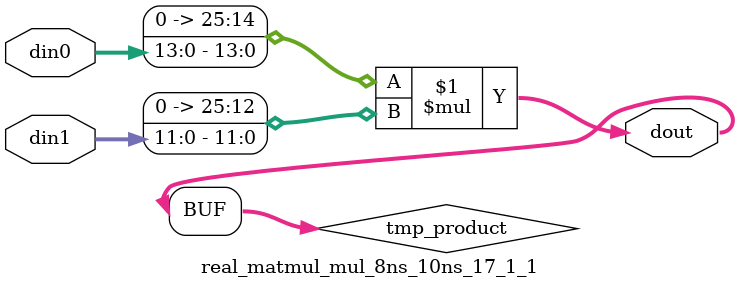
<source format=v>

`timescale 1 ns / 1 ps

  module real_matmul_mul_8ns_10ns_17_1_1(din0, din1, dout);
parameter ID = 1;
parameter NUM_STAGE = 0;
parameter din0_WIDTH = 14;
parameter din1_WIDTH = 12;
parameter dout_WIDTH = 26;

input [din0_WIDTH - 1 : 0] din0; 
input [din1_WIDTH - 1 : 0] din1; 
output [dout_WIDTH - 1 : 0] dout;

wire signed [dout_WIDTH - 1 : 0] tmp_product;










assign tmp_product = $signed({1'b0, din0}) * $signed({1'b0, din1});











assign dout = tmp_product;







endmodule

</source>
